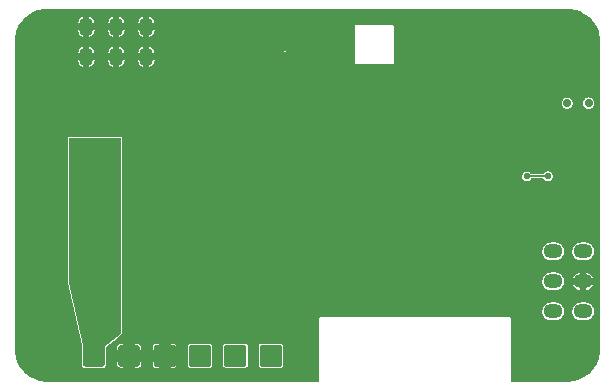
<source format=gbr>
%TF.GenerationSoftware,Altium Limited,Altium Designer,20.1.8 (145)*%
G04 Layer_Physical_Order=4*
G04 Layer_Color=16711680*
%FSLAX45Y45*%
%MOMM*%
%TF.SameCoordinates,D4C556C9-1411-47D8-9651-3FCF20F6754B*%
%TF.FilePolarity,Positive*%
%TF.FileFunction,Copper,L4,Bot,Signal*%
%TF.Part,Single*%
G01*
G75*
%TA.AperFunction,Conductor*%
%ADD28C,0.12700*%
%TA.AperFunction,ViaPad*%
%ADD32O,4.00000X2.40000*%
%TA.AperFunction,ComponentPad*%
%ADD33O,1.60000X1.25000*%
%ADD34O,1.25000X1.60000*%
%ADD35C,0.70000*%
G04:AMPARAMS|DCode=36|XSize=1.8mm|YSize=1.8mm|CornerRadius=0.09mm|HoleSize=0mm|Usage=FLASHONLY|Rotation=0.000|XOffset=0mm|YOffset=0mm|HoleType=Round|Shape=RoundedRectangle|*
%AMROUNDEDRECTD36*
21,1,1.80000,1.62000,0,0,0.0*
21,1,1.62000,1.80000,0,0,0.0*
1,1,0.18000,0.81000,-0.81000*
1,1,0.18000,-0.81000,-0.81000*
1,1,0.18000,-0.81000,0.81000*
1,1,0.18000,0.81000,0.81000*
%
%ADD36ROUNDEDRECTD36*%
G04:AMPARAMS|DCode=37|XSize=1.8mm|YSize=1.8mm|CornerRadius=0.18mm|HoleSize=0mm|Usage=FLASHONLY|Rotation=180.000|XOffset=0mm|YOffset=0mm|HoleType=Round|Shape=RoundedRectangle|*
%AMROUNDEDRECTD37*
21,1,1.80000,1.44000,0,0,180.0*
21,1,1.44000,1.80000,0,0,180.0*
1,1,0.36000,-0.72000,0.72000*
1,1,0.36000,0.72000,0.72000*
1,1,0.36000,0.72000,-0.72000*
1,1,0.36000,-0.72000,-0.72000*
%
%ADD37ROUNDEDRECTD37*%
%TA.AperFunction,ViaPad*%
%ADD38C,0.70000*%
%ADD39C,0.66000*%
%ADD40C,0.56000*%
%TA.AperFunction,TestPad*%
%ADD41C,1.50000*%
G36*
X4721865Y3177832D02*
X4743596Y3175260D01*
X4765058Y3170991D01*
X4786119Y3165051D01*
X4806650Y3157477D01*
X4826522Y3148316D01*
X4845615Y3137623D01*
X4863810Y3125466D01*
X4880995Y3111918D01*
X4897064Y3097064D01*
X4911918Y3080995D01*
X4925465Y3063810D01*
X4937622Y3045616D01*
X4948315Y3026523D01*
X4957476Y3006651D01*
X4965050Y2986120D01*
X4970990Y2965059D01*
X4975259Y2943597D01*
X4977831Y2921866D01*
X4977996Y2917671D01*
X4978545Y2900000D01*
X4978546Y2900000D01*
X4978546Y2882528D01*
Y300000D01*
X4978657Y299154D01*
X4977832Y278134D01*
X4975260Y256403D01*
X4970990Y234941D01*
X4965051Y213880D01*
X4957476Y193349D01*
X4948315Y173477D01*
X4937623Y154384D01*
X4925465Y136189D01*
X4911918Y119005D01*
X4897064Y102936D01*
X4880995Y88082D01*
X4863810Y74534D01*
X4845615Y62377D01*
X4826522Y51684D01*
X4806650Y42523D01*
X4786120Y34949D01*
X4765059Y29009D01*
X4743596Y24740D01*
X4721865Y22168D01*
X4700847Y21342D01*
X4699999Y21454D01*
X4224064D01*
Y554630D01*
X4223078Y559586D01*
X4220271Y563787D01*
X4216071Y566593D01*
X4211115Y567579D01*
X2611115D01*
X2606160Y566593D01*
X2601959Y563787D01*
X2599152Y559586D01*
X2598166Y554630D01*
Y21454D01*
X317589Y21453D01*
X317512Y21454D01*
X300000Y21454D01*
X282446Y21999D01*
X278135Y22168D01*
X256404Y24740D01*
X234941Y29009D01*
X213880Y34949D01*
X193350Y42523D01*
X173477Y51685D01*
X154385Y62377D01*
X136190Y74534D01*
X119005Y88082D01*
X102936Y102936D01*
X88082Y119005D01*
X74535Y136190D01*
X62377Y154385D01*
X51685Y173477D01*
X42523Y193350D01*
X34949Y213880D01*
X29010Y234941D01*
X24740Y256403D01*
X22168Y278134D01*
X21343Y299155D01*
X21454Y300000D01*
Y2900000D01*
X21342Y2900849D01*
X22168Y2921866D01*
X24740Y2943597D01*
X29009Y2965059D01*
X34949Y2986120D01*
X42523Y3006651D01*
X51684Y3026523D01*
X62377Y3045616D01*
X74534Y3063810D01*
X88082Y3080995D01*
X102936Y3097064D01*
X119005Y3111918D01*
X136189Y3125466D01*
X154384Y3137623D01*
X173477Y3148316D01*
X193349Y3157477D01*
X213880Y3165051D01*
X234941Y3170991D01*
X256403Y3175260D01*
X278134Y3177832D01*
X298851Y3178646D01*
X299610Y3178546D01*
X4699999Y3178547D01*
X4700845Y3178658D01*
X4721865Y3177832D01*
D02*
G37*
%LPC*%
G36*
X1162263Y3113150D02*
Y3055187D01*
X1207400D01*
X1207250Y3057089D01*
X1204581Y3068210D01*
X1200204Y3078776D01*
X1194228Y3088528D01*
X1186800Y3097224D01*
X1178104Y3104652D01*
X1168352Y3110628D01*
X1162263Y3113150D01*
D02*
G37*
G36*
X908263D02*
Y3055187D01*
X953400D01*
X953250Y3057089D01*
X950581Y3068210D01*
X946204Y3078776D01*
X940228Y3088528D01*
X932800Y3097224D01*
X924104Y3104652D01*
X914352Y3110628D01*
X908263Y3113150D01*
D02*
G37*
G36*
X654263D02*
Y3055187D01*
X699400D01*
X699250Y3057089D01*
X696581Y3068210D01*
X692204Y3078776D01*
X686228Y3088528D01*
X678800Y3097224D01*
X670104Y3104652D01*
X660352Y3110628D01*
X654263Y3113150D01*
D02*
G37*
G36*
X1108263D02*
X1102174Y3110628D01*
X1092422Y3104652D01*
X1083726Y3097224D01*
X1076298Y3088528D01*
X1070322Y3078776D01*
X1065945Y3068210D01*
X1063275Y3057089D01*
X1063126Y3055187D01*
X1108263D01*
Y3113150D01*
D02*
G37*
G36*
X854263D02*
X848174Y3110628D01*
X838422Y3104652D01*
X829726Y3097224D01*
X822298Y3088528D01*
X816322Y3078776D01*
X811945Y3068210D01*
X809275Y3057089D01*
X809126Y3055187D01*
X854263D01*
Y3113150D01*
D02*
G37*
G36*
X600263D02*
X594174Y3110628D01*
X584422Y3104652D01*
X575726Y3097224D01*
X568298Y3088528D01*
X562322Y3078776D01*
X557945Y3068210D01*
X555275Y3057089D01*
X555126Y3055187D01*
X600263D01*
Y3113150D01*
D02*
G37*
G36*
X699400Y3001187D02*
X654263D01*
Y2943224D01*
X660352Y2945746D01*
X670104Y2951722D01*
X678800Y2959150D01*
X686228Y2967847D01*
X692204Y2977598D01*
X696581Y2988165D01*
X699250Y2999286D01*
X699400Y3001187D01*
D02*
G37*
G36*
X1207400D02*
X1162263D01*
Y2943224D01*
X1168352Y2945746D01*
X1178104Y2951722D01*
X1186800Y2959150D01*
X1194228Y2967847D01*
X1200204Y2977598D01*
X1204581Y2988165D01*
X1207250Y2999286D01*
X1207400Y3001187D01*
D02*
G37*
G36*
X953400D02*
X908263D01*
Y2943224D01*
X914352Y2945746D01*
X924104Y2951722D01*
X932800Y2959150D01*
X940228Y2967847D01*
X946204Y2977598D01*
X950581Y2988165D01*
X953250Y2999286D01*
X953400Y3001187D01*
D02*
G37*
G36*
X1108263D02*
X1063126D01*
X1063275Y2999286D01*
X1065945Y2988165D01*
X1070322Y2977598D01*
X1076298Y2967847D01*
X1083726Y2959150D01*
X1092422Y2951722D01*
X1102174Y2945746D01*
X1108263Y2943224D01*
Y3001187D01*
D02*
G37*
G36*
X854263D02*
X809126D01*
X809275Y2999286D01*
X811945Y2988165D01*
X816322Y2977598D01*
X822298Y2967847D01*
X829726Y2959150D01*
X838422Y2951722D01*
X848174Y2945746D01*
X854263Y2943224D01*
Y3001187D01*
D02*
G37*
G36*
X600263D02*
X555126D01*
X555275Y2999286D01*
X557945Y2988165D01*
X562322Y2977598D01*
X568298Y2967847D01*
X575726Y2959150D01*
X584422Y2951722D01*
X594174Y2945746D01*
X600263Y2943224D01*
Y3001187D01*
D02*
G37*
G36*
X1162263Y2859150D02*
Y2801187D01*
X1207400D01*
X1207250Y2803089D01*
X1204581Y2814210D01*
X1200204Y2824776D01*
X1194228Y2834528D01*
X1186800Y2843224D01*
X1178104Y2850652D01*
X1168352Y2856628D01*
X1162263Y2859150D01*
D02*
G37*
G36*
X908263D02*
Y2801187D01*
X953400D01*
X953250Y2803089D01*
X950581Y2814210D01*
X946204Y2824776D01*
X940228Y2834528D01*
X932800Y2843224D01*
X924104Y2850652D01*
X914352Y2856628D01*
X908263Y2859150D01*
D02*
G37*
G36*
X654263D02*
Y2801187D01*
X699400D01*
X699250Y2803089D01*
X696581Y2814210D01*
X692204Y2824776D01*
X686228Y2834528D01*
X678800Y2843224D01*
X670104Y2850652D01*
X660352Y2856628D01*
X654263Y2859150D01*
D02*
G37*
G36*
X1108263D02*
X1102174Y2856628D01*
X1092422Y2850652D01*
X1083726Y2843224D01*
X1076298Y2834528D01*
X1070322Y2824776D01*
X1065945Y2814210D01*
X1063275Y2803089D01*
X1063126Y2801187D01*
X1108263D01*
Y2859150D01*
D02*
G37*
G36*
X854263D02*
X848174Y2856628D01*
X838422Y2850652D01*
X829726Y2843224D01*
X822298Y2834528D01*
X816322Y2824776D01*
X811945Y2814210D01*
X809275Y2803089D01*
X809126Y2801187D01*
X854263D01*
Y2859150D01*
D02*
G37*
G36*
X600263D02*
X594174Y2856628D01*
X584422Y2850652D01*
X575726Y2843224D01*
X568298Y2834528D01*
X562322Y2824776D01*
X557945Y2814210D01*
X555275Y2803089D01*
X555126Y2801187D01*
X600263D01*
Y2859150D01*
D02*
G37*
G36*
X2310171Y2817977D02*
X2303310Y2817302D01*
X2296712Y2815300D01*
X2290632Y2812050D01*
X2285303Y2807677D01*
X2280929Y2802347D01*
X2277679Y2796267D01*
X2275677Y2789669D01*
X2275002Y2782808D01*
X2275677Y2775947D01*
X2277679Y2769350D01*
X2280929Y2763269D01*
X2285303Y2757940D01*
X2290632Y2753566D01*
X2296712Y2750316D01*
X2303310Y2748315D01*
X2310171Y2747639D01*
X2317032Y2748315D01*
X2323630Y2750316D01*
X2329710Y2753566D01*
X2335039Y2757940D01*
X2339413Y2763269D01*
X2342663Y2769350D01*
X2344664Y2775947D01*
X2345340Y2782808D01*
X2344664Y2789669D01*
X2342663Y2796267D01*
X2339413Y2802347D01*
X2335039Y2807677D01*
X2329710Y2812050D01*
X2323630Y2815300D01*
X2317032Y2817302D01*
X2310171Y2817977D01*
D02*
G37*
G36*
X2912702Y3044468D02*
X2907747Y3043483D01*
X2903546Y3040676D01*
X2900739Y3036475D01*
X2899753Y3031519D01*
X2899752Y2721520D01*
X2900738Y2716564D01*
X2903545Y2712363D01*
X2907746Y2709556D01*
X2912701Y2708571D01*
X3217282Y2708570D01*
X3222237Y2709556D01*
X3226438Y2712363D01*
X3229245Y2716564D01*
X3230231Y2721519D01*
X3230232Y3031519D01*
X3229246Y3036474D01*
X3226439Y3040675D01*
X3222238Y3043482D01*
X3217283Y3044468D01*
X2912702Y3044468D01*
D02*
G37*
G36*
X953400Y2747187D02*
X908263D01*
Y2689224D01*
X914352Y2691746D01*
X924104Y2697722D01*
X932800Y2705150D01*
X940228Y2713847D01*
X946204Y2723598D01*
X950581Y2734165D01*
X953250Y2745286D01*
X953400Y2747187D01*
D02*
G37*
G36*
X699400D02*
X654263D01*
Y2689224D01*
X660352Y2691746D01*
X670104Y2697722D01*
X678800Y2705150D01*
X686228Y2713847D01*
X692204Y2723598D01*
X696581Y2734165D01*
X699250Y2745286D01*
X699400Y2747187D01*
D02*
G37*
G36*
X1207400D02*
X1162263D01*
Y2689224D01*
X1168352Y2691746D01*
X1178104Y2697722D01*
X1186800Y2705150D01*
X1194228Y2713847D01*
X1200204Y2723598D01*
X1204581Y2734165D01*
X1207250Y2745286D01*
X1207400Y2747187D01*
D02*
G37*
G36*
X1108263D02*
X1063126D01*
X1063275Y2745286D01*
X1065945Y2734165D01*
X1070322Y2723598D01*
X1076298Y2713847D01*
X1083726Y2705150D01*
X1092422Y2697722D01*
X1102174Y2691746D01*
X1108263Y2689224D01*
Y2747187D01*
D02*
G37*
G36*
X854263D02*
X809126D01*
X809275Y2745286D01*
X811945Y2734165D01*
X816322Y2723598D01*
X822298Y2713847D01*
X829726Y2705150D01*
X838422Y2697722D01*
X848174Y2691746D01*
X854263Y2689224D01*
Y2747187D01*
D02*
G37*
G36*
X600263D02*
X555126D01*
X555275Y2745286D01*
X557945Y2734165D01*
X562322Y2723598D01*
X568298Y2713847D01*
X575726Y2705150D01*
X584422Y2697722D01*
X594174Y2691746D01*
X600263Y2689224D01*
Y2747187D01*
D02*
G37*
G36*
X4880016Y2427931D02*
X4870665Y2427010D01*
X4861674Y2424282D01*
X4853387Y2419853D01*
X4846124Y2413892D01*
X4840163Y2406629D01*
X4835734Y2398342D01*
X4833006Y2389351D01*
X4832085Y2380000D01*
X4833006Y2370649D01*
X4835734Y2361658D01*
X4840163Y2353371D01*
X4846124Y2346108D01*
X4853387Y2340147D01*
X4861674Y2335718D01*
X4870665Y2332990D01*
X4880016Y2332069D01*
X4889367Y2332990D01*
X4898359Y2335718D01*
X4906645Y2340147D01*
X4913908Y2346108D01*
X4919869Y2353371D01*
X4924299Y2361658D01*
X4927026Y2370649D01*
X4927947Y2380000D01*
X4927026Y2389351D01*
X4924299Y2398342D01*
X4919869Y2406629D01*
X4913908Y2413892D01*
X4906645Y2419853D01*
X4898359Y2424282D01*
X4889367Y2427010D01*
X4880016Y2427931D01*
D02*
G37*
G36*
X4700016D02*
X4690665Y2427010D01*
X4681674Y2424282D01*
X4673387Y2419853D01*
X4666124Y2413892D01*
X4660163Y2406629D01*
X4655734Y2398342D01*
X4653006Y2389351D01*
X4652085Y2380000D01*
X4653006Y2370649D01*
X4655734Y2361658D01*
X4660163Y2353371D01*
X4666124Y2346108D01*
X4673387Y2340147D01*
X4681674Y2335718D01*
X4690665Y2332990D01*
X4700016Y2332069D01*
X4709367Y2332990D01*
X4718358Y2335718D01*
X4726645Y2340147D01*
X4733908Y2346108D01*
X4739869Y2353371D01*
X4744298Y2361658D01*
X4747026Y2370649D01*
X4747947Y2380000D01*
X4747026Y2389351D01*
X4744298Y2398342D01*
X4739869Y2406629D01*
X4733908Y2413892D01*
X4726645Y2419853D01*
X4718358Y2424282D01*
X4709367Y2427010D01*
X4700016Y2427931D01*
D02*
G37*
G36*
X4535750Y1802673D02*
X4527771Y1801887D01*
X4520099Y1799560D01*
X4513029Y1795780D01*
X4506831Y1790694D01*
X4501745Y1784497D01*
X4498502Y1778428D01*
X4393840D01*
X4391954Y1781957D01*
X4386868Y1788154D01*
X4380671Y1793240D01*
X4373600Y1797020D01*
X4365929Y1799347D01*
X4357950Y1800133D01*
X4349971Y1799347D01*
X4342299Y1797020D01*
X4335229Y1793240D01*
X4329031Y1788154D01*
X4323945Y1781957D01*
X4320166Y1774886D01*
X4317839Y1767214D01*
X4317053Y1759236D01*
X4317839Y1751257D01*
X4320166Y1743585D01*
X4323945Y1736515D01*
X4329031Y1730317D01*
X4335229Y1725231D01*
X4342299Y1721452D01*
X4349971Y1719125D01*
X4357950Y1718339D01*
X4365929Y1719125D01*
X4373600Y1721452D01*
X4380671Y1725231D01*
X4386868Y1730317D01*
X4391954Y1736515D01*
X4395734Y1743585D01*
X4396200Y1745123D01*
X4498502D01*
X4501745Y1739055D01*
X4506831Y1732857D01*
X4513029Y1727771D01*
X4520099Y1723992D01*
X4527771Y1721665D01*
X4535750Y1720879D01*
X4543729Y1721665D01*
X4551400Y1723992D01*
X4558471Y1727771D01*
X4564668Y1732857D01*
X4569754Y1739055D01*
X4573534Y1746125D01*
X4575861Y1753797D01*
X4576647Y1761776D01*
X4575861Y1769754D01*
X4573534Y1777426D01*
X4569754Y1784497D01*
X4564668Y1790694D01*
X4558471Y1795780D01*
X4551400Y1799560D01*
X4543729Y1801887D01*
X4535750Y1802673D01*
D02*
G37*
G36*
X4852360Y1200453D02*
X4817360D01*
X4805560Y1199524D01*
X4794051Y1196761D01*
X4783115Y1192231D01*
X4773022Y1186046D01*
X4764022Y1178359D01*
X4756334Y1169358D01*
X4750150Y1159266D01*
X4745620Y1148330D01*
X4742857Y1136820D01*
X4741928Y1125020D01*
X4742857Y1113220D01*
X4745620Y1101710D01*
X4750150Y1090775D01*
X4756334Y1080682D01*
X4764022Y1071681D01*
X4773022Y1063994D01*
X4783115Y1057809D01*
X4794051Y1053280D01*
X4805560Y1050516D01*
X4817360Y1049588D01*
X4852360D01*
X4864160Y1050516D01*
X4875670Y1053280D01*
X4886606Y1057809D01*
X4896698Y1063994D01*
X4905699Y1071681D01*
X4913386Y1080682D01*
X4919571Y1090775D01*
X4924101Y1101710D01*
X4926864Y1113220D01*
X4927793Y1125020D01*
X4926864Y1136820D01*
X4924101Y1148330D01*
X4919571Y1159266D01*
X4913386Y1169358D01*
X4905699Y1178359D01*
X4896698Y1186046D01*
X4886606Y1192231D01*
X4875670Y1196761D01*
X4864160Y1199524D01*
X4852360Y1200453D01*
D02*
G37*
G36*
X4598360D02*
X4563360D01*
X4551560Y1199524D01*
X4540051Y1196761D01*
X4529115Y1192231D01*
X4519022Y1186046D01*
X4510022Y1178359D01*
X4502334Y1169358D01*
X4496150Y1159266D01*
X4491620Y1148330D01*
X4488857Y1136820D01*
X4487928Y1125020D01*
X4488857Y1113220D01*
X4491620Y1101710D01*
X4496150Y1090775D01*
X4502334Y1080682D01*
X4510022Y1071681D01*
X4519022Y1063994D01*
X4529115Y1057809D01*
X4540051Y1053280D01*
X4551560Y1050516D01*
X4563360Y1049588D01*
X4598360D01*
X4610160Y1050516D01*
X4621670Y1053280D01*
X4632606Y1057809D01*
X4642698Y1063994D01*
X4651699Y1071681D01*
X4659386Y1080682D01*
X4665571Y1090775D01*
X4670101Y1101710D01*
X4672864Y1113220D01*
X4673793Y1125020D01*
X4672864Y1136820D01*
X4670101Y1148330D01*
X4665571Y1159266D01*
X4659386Y1169358D01*
X4651699Y1178359D01*
X4642698Y1186046D01*
X4632606Y1192231D01*
X4621670Y1196761D01*
X4610160Y1199524D01*
X4598360Y1200453D01*
D02*
G37*
G36*
X4861860Y943157D02*
Y898012D01*
X4919827D01*
X4917301Y904109D01*
X4911325Y913861D01*
X4903897Y922557D01*
X4895201Y929985D01*
X4885449Y935961D01*
X4874883Y940338D01*
X4863762Y943008D01*
X4861860Y943157D01*
D02*
G37*
G36*
X4807860D02*
X4805959Y943008D01*
X4794838Y940338D01*
X4784271Y935961D01*
X4774520Y929985D01*
X4765823Y922557D01*
X4758395Y913861D01*
X4752420Y904109D01*
X4749894Y898012D01*
X4807860D01*
Y943157D01*
D02*
G37*
G36*
X4919820Y844012D02*
X4861860D01*
Y798883D01*
X4863762Y799033D01*
X4874883Y801702D01*
X4885449Y806079D01*
X4895201Y812055D01*
X4903897Y819483D01*
X4911325Y828179D01*
X4917301Y837931D01*
X4919820Y844012D01*
D02*
G37*
G36*
X4807860D02*
X4749901D01*
X4752420Y837931D01*
X4758395Y828179D01*
X4765823Y819483D01*
X4774520Y812055D01*
X4784271Y806079D01*
X4794838Y801702D01*
X4805959Y799033D01*
X4807860Y798883D01*
Y844012D01*
D02*
G37*
G36*
X4598360Y946453D02*
X4563360D01*
X4551560Y945524D01*
X4540051Y942761D01*
X4529115Y938231D01*
X4519022Y932046D01*
X4510022Y924359D01*
X4502334Y915358D01*
X4496150Y905266D01*
X4491620Y894330D01*
X4488857Y882820D01*
X4487928Y871020D01*
X4488857Y859220D01*
X4491620Y847710D01*
X4496150Y836775D01*
X4502334Y826682D01*
X4510022Y817681D01*
X4519022Y809994D01*
X4529115Y803809D01*
X4540051Y799280D01*
X4551560Y796516D01*
X4563360Y795588D01*
X4598360D01*
X4610160Y796516D01*
X4621670Y799280D01*
X4632606Y803809D01*
X4642698Y809994D01*
X4651699Y817681D01*
X4659386Y826682D01*
X4665571Y836775D01*
X4670101Y847710D01*
X4672864Y859220D01*
X4673793Y871020D01*
X4672864Y882820D01*
X4670101Y894330D01*
X4665571Y905266D01*
X4659386Y915358D01*
X4651699Y924359D01*
X4642698Y932046D01*
X4632606Y938231D01*
X4621670Y942761D01*
X4610160Y945524D01*
X4598360Y946453D01*
D02*
G37*
G36*
X4852360Y692453D02*
X4817360D01*
X4805560Y691524D01*
X4794051Y688761D01*
X4783115Y684231D01*
X4773022Y678046D01*
X4764022Y670359D01*
X4756334Y661358D01*
X4750150Y651266D01*
X4745620Y640330D01*
X4742857Y628820D01*
X4741928Y617020D01*
X4742857Y605220D01*
X4745620Y593710D01*
X4750150Y582775D01*
X4756334Y572682D01*
X4764022Y563681D01*
X4773022Y555994D01*
X4783115Y549809D01*
X4794051Y545280D01*
X4805560Y542516D01*
X4817360Y541588D01*
X4852360D01*
X4864160Y542516D01*
X4875670Y545280D01*
X4886606Y549809D01*
X4896698Y555994D01*
X4905699Y563681D01*
X4913386Y572682D01*
X4919571Y582775D01*
X4924101Y593710D01*
X4926864Y605220D01*
X4927793Y617020D01*
X4926864Y628820D01*
X4924101Y640330D01*
X4919571Y651266D01*
X4913386Y661358D01*
X4905699Y670359D01*
X4896698Y678046D01*
X4886606Y684231D01*
X4875670Y688761D01*
X4864160Y691524D01*
X4852360Y692453D01*
D02*
G37*
G36*
X4598360D02*
X4563360D01*
X4551560Y691524D01*
X4540051Y688761D01*
X4529115Y684231D01*
X4519022Y678046D01*
X4510022Y670359D01*
X4502334Y661358D01*
X4496150Y651266D01*
X4491620Y640330D01*
X4488857Y628820D01*
X4487928Y617020D01*
X4488857Y605220D01*
X4491620Y593710D01*
X4496150Y582775D01*
X4502334Y572682D01*
X4510022Y563681D01*
X4519022Y555994D01*
X4529115Y549809D01*
X4540051Y545280D01*
X4551560Y542516D01*
X4563360Y541588D01*
X4598360D01*
X4610160Y542516D01*
X4621670Y545280D01*
X4632606Y549809D01*
X4642698Y555994D01*
X4651699Y563681D01*
X4659386Y572682D01*
X4665571Y582775D01*
X4670101Y593710D01*
X4672864Y605220D01*
X4673793Y617020D01*
X4672864Y628820D01*
X4670101Y640330D01*
X4665571Y651266D01*
X4659386Y661358D01*
X4651699Y670359D01*
X4642698Y678046D01*
X4632606Y684231D01*
X4621670Y688761D01*
X4610160Y691524D01*
X4598360Y692453D01*
D02*
G37*
G36*
X1371834Y341625D02*
X1341634D01*
Y292100D01*
X1391159D01*
Y322300D01*
X1390501Y327302D01*
X1388570Y331963D01*
X1385499Y335965D01*
X1381497Y339036D01*
X1376836Y340967D01*
X1371834Y341625D01*
D02*
G37*
G36*
X1240034D02*
X1209834D01*
X1204832Y340967D01*
X1200172Y339036D01*
X1196169Y335965D01*
X1193098Y331963D01*
X1191167Y327302D01*
X1190509Y322300D01*
Y292100D01*
X1240034D01*
Y341625D01*
D02*
G37*
G36*
X1062880Y341703D02*
X1041674D01*
Y292098D01*
X1091283D01*
Y313300D01*
X1090315Y320651D01*
X1087478Y327501D01*
X1082964Y333384D01*
X1077081Y337898D01*
X1070231Y340735D01*
X1062880Y341703D01*
D02*
G37*
G36*
X940074D02*
X918880D01*
X911529Y340735D01*
X904679Y337898D01*
X898796Y333384D01*
X894282Y327501D01*
X891445Y320651D01*
X890477Y313300D01*
Y292098D01*
X940074D01*
Y341703D01*
D02*
G37*
G36*
X1391159Y190500D02*
X1341634D01*
Y140975D01*
X1371834D01*
X1376836Y141633D01*
X1381497Y143564D01*
X1385499Y146635D01*
X1388570Y150637D01*
X1390501Y155298D01*
X1391159Y160300D01*
Y190500D01*
D02*
G37*
G36*
X1240034D02*
X1190509D01*
Y160300D01*
X1191167Y155298D01*
X1193098Y150637D01*
X1196169Y146635D01*
X1200172Y143564D01*
X1204832Y141633D01*
X1209834Y140975D01*
X1240034D01*
Y190500D01*
D02*
G37*
G36*
X1091283Y190498D02*
X1041674D01*
Y140897D01*
X1062880D01*
X1070231Y141865D01*
X1077081Y144702D01*
X1082964Y149216D01*
X1087478Y155099D01*
X1090315Y161949D01*
X1091283Y169300D01*
Y190498D01*
D02*
G37*
G36*
X940074D02*
X890477D01*
Y169300D01*
X891445Y161949D01*
X894282Y155099D01*
X898796Y149216D01*
X904679Y144702D01*
X911529Y141865D01*
X918880Y140897D01*
X940074D01*
Y190498D01*
D02*
G37*
G36*
X922893Y2092024D02*
X483771D01*
X479807Y2091236D01*
X476446Y2088990D01*
X474200Y2085629D01*
X473412Y2081665D01*
X473406Y859398D01*
X473625Y858297D01*
X473647Y857176D01*
X589840Y328007D01*
Y323326D01*
X588624Y319318D01*
X588032Y313300D01*
Y169300D01*
X588624Y163282D01*
X589841Y159272D01*
Y151000D01*
X590629Y147036D01*
X592875Y143675D01*
X596236Y141429D01*
X600200Y140641D01*
X607599D01*
X612862Y139044D01*
X618880Y138452D01*
X762880D01*
X768898Y139044D01*
X774162Y140641D01*
X780201D01*
X784165Y141429D01*
X787526Y143675D01*
X789772Y147036D01*
X790560Y151000D01*
Y155961D01*
X791380Y157495D01*
X793136Y163282D01*
X793728Y169300D01*
Y313300D01*
X793533Y315281D01*
X895786Y395246D01*
X896201Y395728D01*
X896730Y396081D01*
X930232Y429583D01*
X932477Y432944D01*
X933266Y436908D01*
X933266Y436910D01*
X933252Y2081665D01*
X932464Y2085629D01*
X930218Y2088990D01*
X926857Y2091236D01*
X922893Y2092024D01*
D02*
G37*
G36*
X2271834Y344187D02*
X2109834D01*
X2104170Y343441D01*
X2098891Y341255D01*
X2094358Y337776D01*
X2090879Y333243D01*
X2088693Y327965D01*
X2087947Y322300D01*
Y160300D01*
X2088693Y154635D01*
X2090879Y149357D01*
X2094358Y144824D01*
X2098891Y141345D01*
X2104170Y139159D01*
X2109834Y138413D01*
X2271834D01*
X2277499Y139159D01*
X2282778Y141345D01*
X2287310Y144824D01*
X2290789Y149357D01*
X2292975Y154635D01*
X2293721Y160300D01*
Y322300D01*
X2292975Y327965D01*
X2290789Y333243D01*
X2287310Y337776D01*
X2282778Y341255D01*
X2277499Y343441D01*
X2271834Y344187D01*
D02*
G37*
G36*
X1971834D02*
X1809834D01*
X1804170Y343441D01*
X1798891Y341255D01*
X1794358Y337776D01*
X1790880Y333243D01*
X1788693Y327965D01*
X1787947Y322300D01*
Y160300D01*
X1788693Y154635D01*
X1790880Y149357D01*
X1794358Y144824D01*
X1798891Y141345D01*
X1804170Y139159D01*
X1809834Y138413D01*
X1971834D01*
X1977499Y139159D01*
X1982778Y141345D01*
X1987310Y144824D01*
X1990789Y149357D01*
X1992975Y154635D01*
X1993721Y160300D01*
Y322300D01*
X1992975Y327965D01*
X1990789Y333243D01*
X1987310Y337776D01*
X1982778Y341255D01*
X1977499Y343441D01*
X1971834Y344187D01*
D02*
G37*
G36*
X1671834D02*
X1509834D01*
X1504169Y343441D01*
X1498891Y341255D01*
X1494358Y337776D01*
X1490879Y333243D01*
X1488693Y327965D01*
X1487947Y322300D01*
Y160300D01*
X1488693Y154635D01*
X1490879Y149357D01*
X1494358Y144824D01*
X1498891Y141345D01*
X1504169Y139159D01*
X1509834Y138413D01*
X1671834D01*
X1677499Y139159D01*
X1682777Y141345D01*
X1687310Y144824D01*
X1690789Y149357D01*
X1692975Y154635D01*
X1693721Y160300D01*
Y322300D01*
X1692975Y327965D01*
X1690789Y333243D01*
X1687310Y337776D01*
X1682777Y341255D01*
X1677499Y343441D01*
X1671834Y344187D01*
D02*
G37*
%LPD*%
G36*
X922907Y436908D02*
X889405Y403406D01*
X780201Y318005D01*
Y151000D01*
X600200Y151000D01*
X600199Y329131D01*
X483765Y859398D01*
X483771Y2081665D01*
X922893D01*
X922907Y436908D01*
D02*
G37*
D28*
X4357950Y1761776D02*
X4535750D01*
D32*
X232500Y1345042D02*
D03*
X4767500D02*
D03*
Y1955020D02*
D03*
X232500D02*
D03*
D33*
X4580860Y1125020D02*
D03*
Y871020D02*
D03*
Y617020D02*
D03*
X4834860D02*
D03*
Y871020D02*
D03*
Y1125020D02*
D03*
D34*
X1135263Y2774187D02*
D03*
X881263D02*
D03*
X627263D02*
D03*
Y3028187D02*
D03*
X881263D02*
D03*
X1135263D02*
D03*
D35*
X4880016Y2380000D02*
D03*
X4700016D02*
D03*
D36*
X2190834Y241300D02*
D03*
X1290834D02*
D03*
X1590834D02*
D03*
X1890834D02*
D03*
D37*
X690880D02*
D03*
X990880D02*
D03*
D38*
X2310171Y2782808D02*
D03*
D39*
X2345977Y3063865D02*
D03*
X3164955Y3088932D02*
D03*
X3266047Y3140829D02*
D03*
X2675159Y2633240D02*
D03*
X2050518Y1578682D02*
D03*
X2569835Y2349602D02*
D03*
X2732395D02*
D03*
X2651115D02*
D03*
X2552034Y173797D02*
D03*
Y275291D02*
D03*
X2316823Y2226081D02*
D03*
X2253546Y2478694D02*
D03*
X2316823Y2084368D02*
D03*
X3465551Y2552274D02*
D03*
X3548213D02*
D03*
Y2749454D02*
D03*
X3465551D02*
D03*
X3713537Y2552274D02*
D03*
X3796199D02*
D03*
Y2749454D02*
D03*
X3713537D02*
D03*
X3878861Y2552274D02*
D03*
Y2749454D02*
D03*
X3630875Y2552274D02*
D03*
Y2749454D02*
D03*
X1011197Y635946D02*
D03*
X418989Y598298D02*
D03*
X246527D02*
D03*
X418989Y768591D02*
D03*
X246527D02*
D03*
X332909Y597334D02*
D03*
Y768591D02*
D03*
X418989Y682174D02*
D03*
X246527D02*
D03*
X1800827Y3000409D02*
D03*
X1710601D02*
D03*
X1620375D02*
D03*
X1530148D02*
D03*
X1439922D02*
D03*
X1349696D02*
D03*
X1894508Y1238215D02*
D03*
X1892300Y1922780D02*
D03*
X4244480Y2597005D02*
D03*
Y2427278D02*
D03*
X2688694Y3087156D02*
D03*
X2272071Y3143426D02*
D03*
X1349696Y2800467D02*
D03*
X1439922D02*
D03*
X1530148D02*
D03*
X1620375D02*
D03*
X1710601D02*
D03*
X1800827D02*
D03*
X2651115Y2157719D02*
D03*
X2732395D02*
D03*
X2569835D02*
D03*
X2512599Y2419373D02*
D03*
X2593879D02*
D03*
X2675159D02*
D03*
X2552034Y72304D02*
D03*
X3081820Y604320D02*
D03*
X2854312D02*
D03*
X2626804D02*
D03*
X3309329D02*
D03*
X3536837D02*
D03*
X3764345D02*
D03*
X3991854D02*
D03*
X4219362D02*
D03*
X4291495Y80349D02*
D03*
Y188827D02*
D03*
Y297305D02*
D03*
Y405784D02*
D03*
Y514262D02*
D03*
X2552034Y478277D02*
D03*
Y376784D02*
D03*
X2514977Y2253660D02*
D03*
X2787254D02*
D03*
X2493879Y2526059D02*
D03*
X2693879D02*
D03*
X866101Y2029040D02*
D03*
X796176D02*
D03*
X726251D02*
D03*
Y1940250D02*
D03*
Y1851460D02*
D03*
X796176D02*
D03*
X866101D02*
D03*
X2512599Y2633240D02*
D03*
X2593879D02*
D03*
X2058138Y1461312D02*
D03*
X4825823Y2317340D02*
D03*
Y2442918D02*
D03*
X2120158Y958265D02*
D03*
X2020038Y384697D02*
D03*
X1011197Y849972D02*
D03*
Y1095462D02*
D03*
Y2065969D02*
D03*
Y2267553D02*
D03*
Y1813725D02*
D03*
Y1338692D02*
D03*
Y1569389D02*
D03*
X726251Y1226536D02*
D03*
Y1139380D02*
D03*
Y1313692D02*
D03*
Y525690D02*
D03*
Y431800D02*
D03*
Y619580D02*
D03*
X2455722Y1280354D02*
D03*
X2020038Y722094D02*
D03*
X796176Y1313692D02*
D03*
X866101D02*
D03*
Y432080D02*
D03*
X796176Y619580D02*
D03*
X866101D02*
D03*
Y1139380D02*
D03*
X796176D02*
D03*
Y431800D02*
D03*
D40*
X4357950Y1759236D02*
D03*
X4535750Y1761776D02*
D03*
D41*
X2228252Y2812649D02*
D03*
%TF.MD5,38db082b1216110d3eace324318d2a81*%
M02*

</source>
